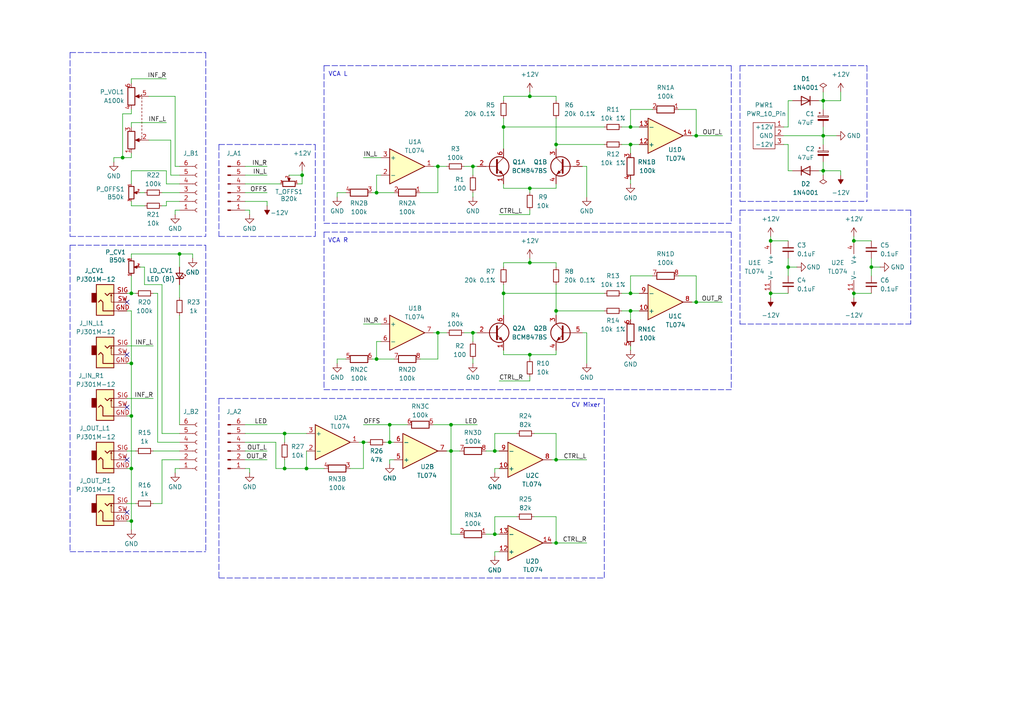
<source format=kicad_sch>
(kicad_sch (version 20231120) (generator "eeschema") (generator_version "8.0")
  (paper "A4")
  (title_block (title "Avalon Harmonics iVCA") (rev "v1.3") (company "Avalon Harmonics"))
  (junction (at 82.55 135.89))
  (junction (at 105.41 128.27))
  (junction (at 161.29 133.35))
  (junction (at 127 96.52))
  (junction (at 161.29 41.91))
  (junction (at 38.1 135.89))
  (junction (at 238.76 49.53))
  (junction (at 223.52 85.09))
  (junction (at 238.76 39.37))
  (junction (at 87.63 50.8))
  (junction (at 137.16 96.52))
  (junction (at 182.88 41.91))
  (junction (at 52.07 73.66))
  (junction (at 182.88 85.09))
  (junction (at 153.67 102.87))
  (junction (at 182.88 90.17))
  (junction (at 143.51 154.94))
  (junction (at 161.29 90.17))
  (junction (at 238.76 29.21))
  (junction (at 113.03 128.27))
  (junction (at 223.52 69.85))
  (junction (at 130.81 123.19))
  (junction (at 161.29 157.48))
  (junction (at 38.1 151.13))
  (junction (at 109.22 104.14))
  (junction (at 38.1 85.09))
  (junction (at 153.67 54.61))
  (junction (at 153.67 76.2))
  (junction (at 201.93 39.37))
  (junction (at 228.6 77.47))
  (junction (at 82.55 125.73))
  (junction (at 143.51 130.81))
  (junction (at 252.73 77.47))
  (junction (at 35.56 45.72))
  (junction (at 146.05 85.09))
  (junction (at 88.9 135.89))
  (junction (at 130.81 130.81))
  (junction (at 247.65 69.85))
  (junction (at 153.67 27.94))
  (junction (at 247.65 85.09))
  (junction (at 38.1 105.41))
  (junction (at 113.03 123.19))
  (junction (at 137.16 48.26))
  (junction (at 146.05 36.83))
  (junction (at 201.93 87.63))
  (junction (at 182.88 36.83))
  (junction (at 109.22 55.88))
  (junction (at 38.1 120.65))
  (junction (at 127 48.26))
  (no_connect (at 36.83 118.11))
  (no_connect (at 36.83 148.59))
  (no_connect (at 36.83 102.87))
  (no_connect (at 36.83 133.35))
  (no_connect (at 36.83 87.63))
  (wire (pts (xy 36.83 151.13) (xy 38.1 151.13)))
  (wire (pts (xy 83.82 50.8) (xy 87.63 50.8)))
  (polyline (pts (xy 214.63 19.05) (xy 214.63 58.42)) (stroke (width 0) (type dash)))
  (wire (pts (xy 153.67 76.2) (xy 153.67 74.93)))
  (wire (pts (xy 93.98 135.89) (xy 88.9 135.89)))
  (wire (pts (xy 72.39 60.96) (xy 71.12 60.96)))
  (wire (pts (xy 238.76 39.37) (xy 242.57 39.37)))
  (wire (pts (xy 48.26 22.86) (xy 38.1 22.86)))
  (wire (pts (xy 138.43 123.19) (xy 130.81 123.19)))
  (wire (pts (xy 146.05 102.87) (xy 146.05 101.6)))
  (wire (pts (xy 38.1 105.41) (xy 38.1 90.17)))
  (wire (pts (xy 38.1 73.66) (xy 52.07 73.66)))
  (wire (pts (xy 137.16 55.88) (xy 137.16 57.15)))
  (wire (pts (xy 43.18 27.94) (xy 50.8 27.94)))
  (wire (pts (xy 105.41 45.72) (xy 110.49 45.72)))
  (wire (pts (xy 170.18 96.52) (xy 168.91 96.52)))
  (wire (pts (xy 36.83 120.65) (xy 38.1 120.65)))
  (polyline (pts (xy 20.32 71.12) (xy 20.32 160.02)) (stroke (width 0) (type dash)))
  (wire (pts (xy 50.8 48.26) (xy 52.07 48.26)))
  (wire (pts (xy 125.73 48.26) (xy 127 48.26)))
  (wire (pts (xy 140.97 130.81) (xy 143.51 130.81)))
  (wire (pts (xy 146.05 85.09) (xy 175.26 85.09)))
  (wire (pts (xy 223.52 68.58) (xy 223.52 69.85)))
  (polyline (pts (xy 63.5 41.91) (xy 63.5 68.58)) (stroke (width 0) (type dash)))
  (wire (pts (xy 50.8 60.96) (xy 52.07 60.96)))
  (wire (pts (xy 81.28 53.34) (xy 71.12 53.34)))
  (wire (pts (xy 38.1 33.02) (xy 38.1 31.75)))
  (wire (pts (xy 46.99 82.55) (xy 46.99 125.73)))
  (wire (pts (xy 137.16 104.14) (xy 137.16 105.41)))
  (wire (pts (xy 33.02 46.99) (xy 33.02 45.72)))
  (wire (pts (xy 46.99 59.69) (xy 48.26 59.69)))
  (wire (pts (xy 200.66 39.37) (xy 201.93 39.37)))
  (polyline (pts (xy 93.98 64.77) (xy 212.09 64.77)) (stroke (width 0) (type dash)))
  (wire (pts (xy 52.07 82.55) (xy 52.07 86.36)))
  (wire (pts (xy 143.51 149.86) (xy 143.51 154.94)))
  (wire (pts (xy 243.84 26.67) (xy 243.84 29.21)))
  (wire (pts (xy 153.67 102.87) (xy 153.67 104.14)))
  (wire (pts (xy 36.83 130.81) (xy 39.37 130.81)))
  (wire (pts (xy 161.29 77.47) (xy 161.29 76.2)))
  (wire (pts (xy 149.86 149.86) (xy 143.51 149.86)))
  (wire (pts (xy 247.65 85.09) (xy 247.65 86.36)))
  (wire (pts (xy 238.76 26.67) (xy 238.76 29.21)))
  (wire (pts (xy 182.88 80.01) (xy 182.88 85.09)))
  (wire (pts (xy 223.52 85.09) (xy 223.52 86.36)))
  (wire (pts (xy 243.84 49.53) (xy 243.84 50.8)))
  (wire (pts (xy 143.51 154.94) (xy 144.78 154.94)))
  (wire (pts (xy 247.65 85.09) (xy 252.73 85.09)))
  (wire (pts (xy 97.79 104.14) (xy 97.79 105.41)))
  (wire (pts (xy 143.51 135.89) (xy 143.51 137.16)))
  (wire (pts (xy 38.1 33.02) (xy 35.56 33.02)))
  (wire (pts (xy 154.94 125.73) (xy 161.29 125.73)))
  (wire (pts (xy 200.66 87.63) (xy 201.93 87.63)))
  (wire (pts (xy 252.73 77.47) (xy 252.73 74.93)))
  (wire (pts (xy 109.22 50.8) (xy 110.49 50.8)))
  (wire (pts (xy 113.03 123.19) (xy 118.11 123.19)))
  (wire (pts (xy 153.67 54.61) (xy 153.67 55.88)))
  (wire (pts (xy 36.83 100.33) (xy 44.45 100.33)))
  (wire (pts (xy 154.94 149.86) (xy 161.29 149.86)))
  (polyline (pts (xy 20.32 15.24) (xy 59.69 15.24)) (stroke (width 0) (type dash)))
  (wire (pts (xy 107.95 55.88) (xy 109.22 55.88)))
  (wire (pts (xy 36.83 146.05) (xy 39.37 146.05)))
  (wire (pts (xy 50.8 135.89) (xy 50.8 137.16)))
  (wire (pts (xy 161.29 149.86) (xy 161.29 157.48)))
  (wire (pts (xy 201.93 80.01) (xy 201.93 87.63)))
  (wire (pts (xy 100.33 104.14) (xy 97.79 104.14)))
  (wire (pts (xy 146.05 36.83) (xy 146.05 43.18)))
  (wire (pts (xy 71.12 125.73) (xy 82.55 125.73)))
  (wire (pts (xy 130.81 130.81) (xy 129.54 130.81)))
  (wire (pts (xy 170.18 48.26) (xy 170.18 57.15)))
  (wire (pts (xy 237.49 49.53) (xy 238.76 49.53)))
  (wire (pts (xy 125.73 96.52) (xy 127 96.52)))
  (wire (pts (xy 201.93 87.63) (xy 209.55 87.63)))
  (wire (pts (xy 82.55 133.35) (xy 82.55 135.89)))
  (wire (pts (xy 105.41 123.19) (xy 113.03 123.19)))
  (wire (pts (xy 72.39 137.16) (xy 72.39 135.89)))
  (wire (pts (xy 182.88 31.75) (xy 189.23 31.75)))
  (wire (pts (xy 121.92 55.88) (xy 127 55.88)))
  (wire (pts (xy 161.29 102.87) (xy 161.29 101.6)))
  (wire (pts (xy 82.55 125.73) (xy 82.55 128.27)))
  (wire (pts (xy 38.1 22.86) (xy 38.1 24.13)))
  (polyline (pts (xy 93.98 19.05) (xy 212.09 19.05)) (stroke (width 0) (type dash)))
  (wire (pts (xy 160.02 157.48) (xy 161.29 157.48)))
  (wire (pts (xy 238.76 49.53) (xy 238.76 50.8)))
  (wire (pts (xy 182.88 80.01) (xy 189.23 80.01)))
  (wire (pts (xy 109.22 99.06) (xy 109.22 104.14)))
  (wire (pts (xy 72.39 62.23) (xy 72.39 60.96)))
  (wire (pts (xy 182.88 52.07) (xy 182.88 53.34)))
  (wire (pts (xy 143.51 160.02) (xy 143.51 161.29)))
  (polyline (pts (xy 214.63 58.42) (xy 251.46 58.42)) (stroke (width 0) (type dash)))
  (wire (pts (xy 77.47 59.69) (xy 77.47 58.42)))
  (wire (pts (xy 153.67 62.23) (xy 153.67 60.96)))
  (wire (pts (xy 137.16 99.06) (xy 137.16 96.52)))
  (wire (pts (xy 153.67 54.61) (xy 161.29 54.61)))
  (wire (pts (xy 127 55.88) (xy 127 48.26)))
  (wire (pts (xy 105.41 93.98) (xy 110.49 93.98)))
  (wire (pts (xy 107.95 104.14) (xy 109.22 104.14)))
  (wire (pts (xy 182.88 100.33) (xy 182.88 101.6)))
  (wire (pts (xy 161.29 90.17) (xy 161.29 91.44)))
  (wire (pts (xy 52.07 53.34) (xy 48.26 53.34)))
  (polyline (pts (xy 63.5 115.57) (xy 175.26 115.57)) (stroke (width 0) (type dash)))
  (wire (pts (xy 48.26 49.53) (xy 38.1 49.53)))
  (wire (pts (xy 238.76 29.21) (xy 238.76 31.75)))
  (wire (pts (xy 238.76 39.37) (xy 238.76 41.91)))
  (polyline (pts (xy 212.09 19.05) (xy 212.09 64.77)) (stroke (width 0) (type dash)))
  (wire (pts (xy 180.34 36.83) (xy 182.88 36.83)))
  (wire (pts (xy 82.55 125.73) (xy 88.9 125.73)))
  (wire (pts (xy 146.05 34.29) (xy 146.05 36.83)))
  (wire (pts (xy 48.26 53.34) (xy 48.26 49.53)))
  (wire (pts (xy 143.51 130.81) (xy 144.78 130.81)))
  (wire (pts (xy 46.99 146.05) (xy 44.45 146.05)))
  (wire (pts (xy 255.27 77.47) (xy 252.73 77.47)))
  (wire (pts (xy 238.76 29.21) (xy 243.84 29.21)))
  (polyline (pts (xy 63.5 115.57) (xy 63.5 167.64)) (stroke (width 0) (type dash)))
  (wire (pts (xy 109.22 104.14) (xy 114.3 104.14)))
  (wire (pts (xy 71.12 55.88) (xy 77.47 55.88)))
  (wire (pts (xy 52.07 50.8) (xy 49.53 50.8)))
  (wire (pts (xy 71.12 50.8) (xy 77.47 50.8)))
  (wire (pts (xy 113.03 133.35) (xy 114.3 133.35)))
  (polyline (pts (xy 20.32 160.02) (xy 59.69 160.02)) (stroke (width 0) (type dash)))
  (wire (pts (xy 153.67 110.49) (xy 153.67 109.22)))
  (polyline (pts (xy 214.63 60.96) (xy 214.63 93.98)) (stroke (width 0) (type dash)))
  (wire (pts (xy 50.8 62.23) (xy 50.8 60.96)))
  (wire (pts (xy 46.99 55.88) (xy 52.07 55.88)))
  (polyline (pts (xy 63.5 41.91) (xy 91.44 41.91)) (stroke (width 0) (type dash)))
  (wire (pts (xy 111.76 128.27) (xy 113.03 128.27)))
  (wire (pts (xy 113.03 128.27) (xy 114.3 128.27)))
  (polyline (pts (xy 93.98 113.03) (xy 212.09 113.03)) (stroke (width 0) (type dash)))
  (wire (pts (xy 38.1 80.01) (xy 38.1 85.09)))
  (wire (pts (xy 161.29 76.2) (xy 153.67 76.2)))
  (wire (pts (xy 80.01 128.27) (xy 80.01 135.89)))
  (wire (pts (xy 252.73 77.47) (xy 252.73 80.01)))
  (wire (pts (xy 52.07 135.89) (xy 50.8 135.89)))
  (wire (pts (xy 109.22 99.06) (xy 110.49 99.06)))
  (wire (pts (xy 196.85 80.01) (xy 201.93 80.01)))
  (wire (pts (xy 97.79 55.88) (xy 97.79 57.15)))
  (polyline (pts (xy 91.44 41.91) (xy 91.44 68.58)) (stroke (width 0) (type dash)))
  (wire (pts (xy 161.29 54.61) (xy 161.29 53.34)))
  (wire (pts (xy 38.1 73.66) (xy 38.1 74.93)))
  (wire (pts (xy 144.78 160.02) (xy 143.51 160.02)))
  (wire (pts (xy 38.1 151.13) (xy 38.1 135.89)))
  (wire (pts (xy 182.88 31.75) (xy 182.88 36.83)))
  (wire (pts (xy 180.34 85.09) (xy 182.88 85.09)))
  (wire (pts (xy 196.85 31.75) (xy 201.93 31.75)))
  (wire (pts (xy 161.29 90.17) (xy 175.26 90.17)))
  (polyline (pts (xy 214.63 19.05) (xy 251.46 19.05)) (stroke (width 0) (type dash)))
  (wire (pts (xy 252.73 69.85) (xy 247.65 69.85)))
  (wire (pts (xy 127 48.26) (xy 129.54 48.26)))
  (wire (pts (xy 201.93 39.37) (xy 209.55 39.37)))
  (wire (pts (xy 238.76 49.53) (xy 243.84 49.53)))
  (wire (pts (xy 146.05 54.61) (xy 153.67 54.61)))
  (wire (pts (xy 113.03 123.19) (xy 113.03 128.27)))
  (wire (pts (xy 185.42 90.17) (xy 182.88 90.17)))
  (wire (pts (xy 161.29 157.48) (xy 170.18 157.48)))
  (wire (pts (xy 238.76 49.53) (xy 238.76 46.99)))
  (polyline (pts (xy 59.69 15.24) (xy 59.69 68.58)) (stroke (width 0) (type dash)))
  (wire (pts (xy 228.6 41.91) (xy 227.33 41.91)))
  (wire (pts (xy 137.16 50.8) (xy 137.16 48.26)))
  (wire (pts (xy 146.05 85.09) (xy 146.05 91.44)))
  (wire (pts (xy 130.81 123.19) (xy 130.81 130.81)))
  (polyline (pts (xy 212.09 67.31) (xy 212.09 113.03)) (stroke (width 0) (type dash)))
  (wire (pts (xy 161.29 34.29) (xy 161.29 41.91)))
  (wire (pts (xy 161.29 29.21) (xy 161.29 27.94)))
  (wire (pts (xy 36.83 85.09) (xy 38.1 85.09)))
  (wire (pts (xy 71.12 48.26) (xy 77.47 48.26)))
  (wire (pts (xy 134.62 48.26) (xy 137.16 48.26)))
  (wire (pts (xy 143.51 125.73) (xy 143.51 130.81)))
  (wire (pts (xy 182.88 41.91) (xy 182.88 44.45)))
  (wire (pts (xy 228.6 69.85) (xy 223.52 69.85)))
  (wire (pts (xy 52.07 91.44) (xy 52.07 123.19)))
  (wire (pts (xy 82.55 135.89) (xy 80.01 135.89)))
  (wire (pts (xy 146.05 36.83) (xy 175.26 36.83)))
  (wire (pts (xy 33.02 45.72) (xy 35.56 45.72)))
  (wire (pts (xy 146.05 54.61) (xy 146.05 53.34)))
  (wire (pts (xy 88.9 130.81) (xy 88.9 135.89)))
  (wire (pts (xy 38.1 90.17) (xy 36.83 90.17)))
  (wire (pts (xy 146.05 82.55) (xy 146.05 85.09)))
  (wire (pts (xy 71.12 133.35) (xy 77.47 133.35)))
  (polyline (pts (xy 264.16 60.96) (xy 264.16 93.98)) (stroke (width 0) (type dash)))
  (wire (pts (xy 41.91 82.55) (xy 46.99 82.55)))
  (wire (pts (xy 137.16 48.26) (xy 138.43 48.26)))
  (wire (pts (xy 182.88 85.09) (xy 185.42 85.09)))
  (wire (pts (xy 182.88 36.83) (xy 185.42 36.83)))
  (wire (pts (xy 228.6 36.83) (xy 228.6 29.21)))
  (wire (pts (xy 228.6 77.47) (xy 228.6 74.93)))
  (wire (pts (xy 38.1 153.67) (xy 38.1 151.13)))
  (wire (pts (xy 46.99 133.35) (xy 46.99 146.05)))
  (wire (pts (xy 36.83 135.89) (xy 38.1 135.89)))
  (wire (pts (xy 100.33 55.88) (xy 97.79 55.88)))
  (polyline (pts (xy 59.69 71.12) (xy 59.69 160.02)) (stroke (width 0) (type dash)))
  (polyline (pts (xy 63.5 167.64) (xy 175.26 167.64)) (stroke (width 0) (type dash)))
  (wire (pts (xy 38.1 120.65) (xy 38.1 105.41)))
  (wire (pts (xy 77.47 58.42) (xy 71.12 58.42)))
  (wire (pts (xy 38.1 85.09) (xy 39.37 85.09)))
  (wire (pts (xy 41.91 77.47) (xy 41.91 82.55)))
  (wire (pts (xy 48.26 59.69) (xy 48.26 58.42)))
  (polyline (pts (xy 175.26 115.57) (xy 175.26 167.64)) (stroke (width 0) (type dash)))
  (wire (pts (xy 228.6 77.47) (xy 228.6 80.01)))
  (wire (pts (xy 40.64 55.88) (xy 41.91 55.88)))
  (wire (pts (xy 88.9 135.89) (xy 82.55 135.89)))
  (wire (pts (xy 161.29 41.91) (xy 161.29 43.18)))
  (wire (pts (xy 72.39 135.89) (xy 71.12 135.89)))
  (wire (pts (xy 71.12 128.27) (xy 80.01 128.27)))
  (wire (pts (xy 153.67 27.94) (xy 153.67 26.67)))
  (wire (pts (xy 38.1 35.56) (xy 38.1 36.83)))
  (wire (pts (xy 146.05 76.2) (xy 153.67 76.2)))
  (wire (pts (xy 87.63 50.8) (xy 87.63 53.34)))
  (wire (pts (xy 161.29 133.35) (xy 170.18 133.35)))
  (wire (pts (xy 45.72 85.09) (xy 45.72 128.27)))
  (wire (pts (xy 160.02 133.35) (xy 161.29 133.35)))
  (polyline (pts (xy 251.46 19.05) (xy 251.46 58.42)) (stroke (width 0) (type dash)))
  (wire (pts (xy 38.1 59.69) (xy 38.1 58.42)))
  (wire (pts (xy 105.41 128.27) (xy 106.68 128.27)))
  (wire (pts (xy 41.91 59.69) (xy 38.1 59.69)))
  (polyline (pts (xy 214.63 60.96) (xy 264.16 60.96)) (stroke (width 0) (type dash)))
  (wire (pts (xy 146.05 27.94) (xy 146.05 29.21)))
  (wire (pts (xy 228.6 49.53) (xy 229.87 49.53)))
  (wire (pts (xy 231.14 77.47) (xy 228.6 77.47)))
  (wire (pts (xy 55.88 74.93) (xy 55.88 73.66)))
  (wire (pts (xy 130.81 130.81) (xy 130.81 154.94)))
  (polyline (pts (xy 20.32 15.24) (xy 20.32 68.58)) (stroke (width 0) (type dash)))
  (wire (pts (xy 105.41 128.27) (xy 104.14 128.27)))
  (wire (pts (xy 144.78 110.49) (xy 153.67 110.49)))
  (wire (pts (xy 43.18 40.64) (xy 49.53 40.64)))
  (polyline (pts (xy 93.98 67.31) (xy 212.09 67.31)) (stroke (width 0) (type dash)))
  (polyline (pts (xy 93.98 67.31) (xy 93.98 113.03)) (stroke (width 0) (type dash)))
  (wire (pts (xy 71.12 123.19) (xy 77.47 123.19)))
  (wire (pts (xy 227.33 39.37) (xy 238.76 39.37)))
  (wire (pts (xy 45.72 85.09) (xy 44.45 85.09)))
  (wire (pts (xy 101.6 135.89) (xy 105.41 135.89)))
  (wire (pts (xy 227.33 36.83) (xy 228.6 36.83)))
  (wire (pts (xy 180.34 90.17) (xy 182.88 90.17)))
  (wire (pts (xy 140.97 154.94) (xy 143.51 154.94)))
  (wire (pts (xy 35.56 33.02) (xy 35.56 45.72)))
  (wire (pts (xy 161.29 27.94) (xy 153.67 27.94)))
  (wire (pts (xy 238.76 36.83) (xy 238.76 39.37)))
  (wire (pts (xy 201.93 31.75) (xy 201.93 39.37)))
  (wire (pts (xy 130.81 130.81) (xy 133.35 130.81)))
  (wire (pts (xy 223.52 85.09) (xy 228.6 85.09)))
  (wire (pts (xy 121.92 104.14) (xy 127 104.14)))
  (wire (pts (xy 161.29 125.73) (xy 161.29 133.35)))
  (wire (pts (xy 109.22 50.8) (xy 109.22 55.88)))
  (wire (pts (xy 238.76 29.21) (xy 237.49 29.21)))
  (wire (pts (xy 130.81 154.94) (xy 133.35 154.94)))
  (wire (pts (xy 52.07 77.47) (xy 52.07 73.66)))
  (wire (pts (xy 127 104.14) (xy 127 96.52)))
  (wire (pts (xy 40.64 77.47) (xy 41.91 77.47)))
  (wire (pts (xy 105.41 135.89) (xy 105.41 128.27)))
  (wire (pts (xy 146.05 102.87) (xy 153.67 102.87)))
  (wire (pts (xy 180.34 41.91) (xy 182.88 41.91)))
  (wire (pts (xy 44.45 130.81) (xy 52.07 130.81)))
  (wire (pts (xy 161.29 82.55) (xy 161.29 90.17)))
  (wire (pts (xy 46.99 133.35) (xy 52.07 133.35)))
  (wire (pts (xy 134.62 96.52) (xy 137.16 96.52)))
  (polyline (pts (xy 20.32 68.58) (xy 59.69 68.58)) (stroke (width 0) (type dash)))
  (wire (pts (xy 50.8 48.26) (xy 50.8 27.94)))
  (wire (pts (xy 247.65 68.58) (xy 247.65 69.85)))
  (wire (pts (xy 185.42 41.91) (xy 182.88 41.91)))
  (wire (pts (xy 38.1 135.89) (xy 38.1 120.65)))
  (wire (pts (xy 55.88 73.66) (xy 52.07 73.66)))
  (polyline (pts (xy 63.5 68.58) (xy 91.44 68.58)) (stroke (width 0) (type dash)))
  (wire (pts (xy 143.51 135.89) (xy 144.78 135.89)))
  (wire (pts (xy 170.18 48.26) (xy 168.91 48.26)))
  (wire (pts (xy 228.6 29.21) (xy 229.87 29.21)))
  (wire (pts (xy 170.18 96.52) (xy 170.18 105.41)))
  (wire (pts (xy 52.07 125.73) (xy 46.99 125.73)))
  (wire (pts (xy 36.83 115.57) (xy 44.45 115.57)))
  (wire (pts (xy 182.88 90.17) (xy 182.88 92.71)))
  (polyline (pts (xy 214.63 93.98) (xy 264.16 93.98)) (stroke (width 0) (type dash)))
  (wire (pts (xy 48.26 58.42) (xy 52.07 58.42)))
  (wire (pts (xy 109.22 55.88) (xy 114.3 55.88)))
  (wire (pts (xy 161.29 41.91) (xy 175.26 41.91)))
  (wire (pts (xy 228.6 49.53) (xy 228.6 41.91)))
  (wire (pts (xy 87.63 49.53) (xy 87.63 50.8)))
  (wire (pts (xy 38.1 49.53) (xy 38.1 53.34)))
  (wire (pts (xy 146.05 76.2) (xy 146.05 77.47)))
  (wire (pts (xy 71.12 130.81) (xy 77.47 130.81)))
  (wire (pts (xy 125.73 123.19) (xy 130.81 123.19)))
  (wire (pts (xy 38.1 45.72) (xy 38.1 44.45)))
  (wire (pts (xy 149.86 125.73) (xy 143.51 125.73)))
  (wire (pts (xy 153.67 102.87) (xy 161.29 102.87)))
  (polyline (pts (xy 20.32 71.12) (xy 59.69 71.12)) (stroke (width 0) (type dash)))
  (wire (pts (xy 36.83 105.41) (xy 38.1 105.41)))
  (wire (pts (xy 87.63 53.34) (xy 86.36 53.34)))
  (wire (pts (xy 137.16 96.52) (xy 138.43 96.52)))
  (wire (pts (xy 144.78 62.23) (xy 153.67 62.23)))
  (wire (pts (xy 45.72 128.27) (xy 52.07 128.27)))
  (wire (pts (xy 49.53 50.8) (xy 49.53 40.64)))
  (wire (pts (xy 35.56 45.72) (xy 38.1 45.72)))
  (wire (pts (xy 113.03 134.62) (xy 113.03 133.35)))
  (polyline (pts (xy 93.98 19.05) (xy 93.98 64.77)) (stroke (width 0) (type dash)))
  (wire (pts (xy 48.26 35.56) (xy 38.1 35.56)))
  (wire (pts (xy 146.05 27.94) (xy 153.67 27.94)))
  (wire (pts (xy 127 96.52) (xy 129.54 96.52)))
  (text "VCA R" (at 98.044 69.85 0) (effects (font (size 1.27 1.27))))
  (text "VCA L" (at 98.044 21.59 0) (effects (font (size 1.27 1.27))))
  (text "CV Mixer" (at 169.926 117.602 0) (effects (font (size 1.27 1.27))))
  (label "LED" (at 138.43 123.19 180))
  (label "CTRL_R" (at 144.78 110.49 0))
  (label "OUT_L" (at 77.47 130.81 180))
  (label "OFFS" (at 77.47 55.88 180))
  (label "IN_R" (at 77.47 48.26 180))
  (label "IN_R" (at 105.41 93.98 0))
  (label "OFFS" (at 105.41 123.19 0))
  (label "INF_L" (at 48.26 35.56 180))
  (label "OUT_R" (at 77.47 133.35 180))
  (label "OUT_L" (at 209.55 39.37 180))
  (label "INF_L" (at 44.45 100.33 180))
  (label "INF_R" (at 48.26 22.86 180))
  (label "CTRL_R" (at 170.18 157.48 180))
  (label "CTRL_L" (at 170.18 133.35 180))
  (label "IN_L" (at 77.47 50.8 180))
  (label "IN_L" (at 105.41 45.72 0))
  (label "OUT_R" (at 209.55 87.63 180))
  (label "CTRL_L" (at 144.78 62.23 0))
  (label "LED" (at 77.47 123.19 180))
  (label "INF_R" (at 44.45 115.57 180))
  (symbol (lib_id "Device:C_Polarized_Small") (at 238.76 44.45 0) (unit 1)
    (property "Reference" "C2" (at 234.95 43.18 0))
    (property "Value" "47uF" (at 233.68 45.72 0))
    (property "Footprint" "Capacitor_THT:CP_Radial_D6.3mm_P2.50mm" (effects (hide yes)))
  )
  (symbol (lib_id "Connector:Conn_01x06_Male") (at 66.04 55.88 0) (mirror x) (unit 1)
    (property "Reference" "J_A1" (at 70.104 44.45 0) (effects (justify right)))
    (property "Value" "Conn_01x06_Male" (effects (hide yes)))
    (property "Footprint" "Connector_PinHeader_2.54mm:PinHeader_1x06_P2.54mm_Vertical" (effects (hide yes)))
  )
  (symbol (lib_id "Transistor_BJT:BC847BS") (at 163.83 48.26 0) (mirror y) (unit 2)
    (property "Reference" "Q1" (at 158.75 46.99 0) (effects (justify left)))
    (property "Value" "BCM847BS" (at 158.75 49.53 0) (effects (justify left)))
    (property "Footprint" "Package_TO_SOT_SMD:SOT-363_SC-70-6_Handsoldering" (effects (hide yes)))
    (property "Datasheet" "https://assets.nexperia.com/documents/data-sheet/BC847BS.pdf" (effects (hide yes)))
    (property "Description" "100mA IC, 45V Vce, Dual NPN/NPN Transistors, SOT-363" (effects (hide yes)))
  )
  (symbol (lib_name "+12V_1") (lib_id "power:+12V") (at 243.84 26.67 0) (unit 1)
    (property "Reference" "#PWR01" (effects (hide yes)))
    (property "Value" "+12V" (at 243.84 21.59 0))
    (property "Description" "Power symbol creates a global label with name \"+12V\"" (effects (hide yes)))
  )
  (symbol (lib_id "Device:R_Pack04_SIP_Split") (at 137.16 130.81 270) (mirror x) (unit 4)
    (property "Reference" "RN3" (at 137.16 125.476 90))
    (property "Value" "100k" (at 137.16 128.016 90))
    (property "Footprint" "Resistor_THT:R_Array_SIP8" (effects (hide yes)))
    (property "Datasheet" "http://www.vishay.com/docs/31509/csc.pdf" (effects (hide yes)))
  )
  (symbol (lib_id "Device:R_Small") (at 137.16 101.6 0) (unit 1)
    (property "Reference" "R2" (at 133.35 100.33 0))
    (property "Value" "100" (at 133.35 102.87 0))
    (property "Footprint" "Resistor_THT:R_Axial_DIN0207_L6.3mm_D2.5mm_P2.54mm_Vertical" (effects (hide yes)))
  )
  (symbol (lib_name "GND_1") (lib_id "power:GND") (at 50.8 137.16 0) (unit 1)
    (property "Reference" "#PWR011" (effects (hide yes)))
    (property "Value" "GND" (at 50.8 141.224 0))
    (property "Description" "Power symbol creates a global label with name \"GND\" , ground" (effects (hide yes)))
  )
  (symbol (lib_name "-12V_1") (lib_id "power:-12V") (at 223.52 86.36 180) (unit 1)
    (property "Reference" "#PWR06" (effects (hide yes)))
    (property "Value" "-12V" (at 223.52 91.44 0))
    (property "Description" "Power symbol creates a global label with name \"-12V\"" (effects (hide yes)))
  )
  (symbol (lib_name "GND_1") (lib_id "power:GND") (at 170.18 105.41 0) (unit 1)
    (property "Reference" "#PWR030" (effects (hide yes)))
    (property "Value" "GND" (at 170.18 109.474 0))
    (property "Description" "Power symbol creates a global label with name \"GND\" , ground" (effects (hide yes)))
  )
  (symbol (lib_name "+12V_1") (lib_id "power:+12V") (at 153.67 74.93 0) (unit 1)
    (property "Reference" "#PWR029" (effects (hide yes)))
    (property "Value" "+12V" (at 153.67 69.85 0))
    (property "Description" "Power symbol creates a global label with name \"+12V\"" (effects (hide yes)))
  )
  (symbol (lib_id "Eurorack:PJ301M-12") (at 30.48 115.57 0) (unit 1)
    (property "Reference" "J_IN_R1" (at 30.226 108.966 0) (effects (justify right)))
    (property "Value" "PJ301M-12" (at 33.528 111.506 0) (effects (justify right)))
    (property "Footprint" "Eurorack:PJ301M-12 Offset" (effects (hide yes)))
  )
  (symbol (lib_id "Device:C_Small") (at 228.6 72.39 0) (unit 1)
    (property "Reference" "C3" (at 231.14 71.1262 0) (effects (justify left)))
    (property "Value" "0.1uF" (at 231.14 73.6662 0) (effects (justify left)))
    (property "Footprint" "Capacitor_THT:C_Disc_D7.0mm_W2.5mm_P5.00mm" (effects (hide yes)))
  )
  (symbol (lib_name "GND_1") (lib_id "power:GND") (at 50.8 62.23 0) (unit 1)
    (property "Reference" "#PWR012" (effects (hide yes)))
    (property "Value" "GND" (at 50.8 66.294 0))
    (property "Description" "Power symbol creates a global label with name \"GND\" , ground" (effects (hide yes)))
  )
  (symbol (lib_id "Amplifier_Operational:TL074") (at 193.04 39.37 0) (mirror x) (unit 4)
    (property "Reference" "U1" (at 193.802 43.434 0) (effects (justify left)))
    (property "Value" "TL074" (at 193.04 45.974 0) (effects (justify left)))
    (property "Footprint" "Package_DIP:DIP-14_W7.62mm_Socket_LongPads" (effects (hide yes)))
    (property "Datasheet" "http://www.ti.com/lit/ds/symlink/tl071.pdf" (effects (hide yes)))
  )
  (symbol (lib_id "Device:R_Pack04_SIP_Split") (at 182.88 96.52 0) (unit 3)
    (property "Reference" "RN1" (at 190.246 95.504 0) (effects (justify right)))
    (property "Value" "100k" (at 190.246 98.044 0) (effects (justify right)))
    (property "Footprint" "Resistor_THT:R_Array_SIP8" (effects (hide yes)))
    (property "Datasheet" "http://www.vishay.com/docs/31509/csc.pdf" (effects (hide yes)))
  )
  (symbol (lib_name "GND_1") (lib_id "power:GND") (at 143.51 137.16 0) (unit 1)
    (property "Reference" "#PWR017" (effects (hide yes)))
    (property "Value" "GND" (at 143.51 141.224 0))
    (property "Description" "Power symbol creates a global label with name \"GND\" , ground" (effects (hide yes)))
  )
  (symbol (lib_id "Eurorack:PJ301M-12") (at 30.48 130.81 0) (unit 1)
    (property "Reference" "J_OUT_L1" (at 32.004 124.206 0) (effects (justify right)))
    (property "Value" "PJ301M-12" (at 33.528 126.746 0) (effects (justify right)))
    (property "Footprint" "Eurorack:PJ301M-12 Offset" (effects (hide yes)))
  )
  (symbol (lib_id "Diode:1N4001") (at 233.68 49.53 0) (unit 1)
    (property "Reference" "D2" (at 233.68 53.34 0))
    (property "Value" "1N4001" (at 233.68 55.88 0))
    (property "Footprint" "Diode_THT:D_DO-41_SOD81_P10.16mm_Horizontal" (effects (hide yes)))
    (property "Datasheet" "http://www.vishay.com/docs/88503/1n4001.pdf" (effects (hide yes)))
  )
  (symbol (lib_id "Device:R_Pack04_SIP_Split") (at 118.11 104.14 270) (unit 4)
    (property "Reference" "RN2" (at 118.11 107.188 90))
    (property "Value" "100k" (at 118.11 109.728 90))
    (property "Footprint" "Resistor_THT:R_Array_SIP8" (effects (hide yes)))
    (property "Datasheet" "http://www.vishay.com/docs/31509/csc.pdf" (effects (hide yes)))
  )
  (symbol (lib_id "Amplifier_Operational:TL074") (at 118.11 96.52 0) (unit 2)
    (property "Reference" "U1" (at 118.364 89.408 0) (effects (justify left)))
    (property "Value" "TL074" (at 117.348 91.948 0) (effects (justify left)))
    (property "Footprint" "Package_DIP:DIP-14_W7.62mm_Socket_LongPads" (effects (hide yes)))
    (property "Datasheet" "http://www.ti.com/lit/ds/symlink/tl071.pdf" (effects (hide yes)))
  )
  (symbol (lib_name "+12V_1") (lib_id "power:+12V") (at 87.63 49.53 0) (unit 1)
    (property "Reference" "#PWR020" (effects (hide yes)))
    (property "Value" "+12V" (at 87.63 44.45 0))
    (property "Description" "Power symbol creates a global label with name \"+12V\"" (effects (hide yes)))
  )
  (symbol (lib_id "Device:R_Small") (at 41.91 85.09 270) (mirror x) (unit 1)
    (property "Reference" "R20" (at 41.91 87.63 90))
    (property "Value" "100k" (at 41.91 90.17 90))
    (property "Footprint" "Resistor_THT:R_Axial_DIN0207_L6.3mm_D2.5mm_P10.16mm_Horizontal" (effects (hide yes)))
  )
  (symbol (lib_id "power:PWR_FLAG") (at 238.76 50.8 180) (unit 1)
    (property "Reference" "#FLG02" (effects (hide yes)))
    (property "Value" "PWR_FLAG" (effects (hide yes)))
    (property "Description" "Special symbol for telling ERC where power comes from" (effects (hide yes)))
  )
  (symbol (lib_id "Amplifier_Operational:TL074") (at 250.19 77.47 0) (unit 5)
    (property "Reference" "U2" (at 241.046 76.2 0) (effects (justify left)))
    (property "Value" "TL074" (at 240.03 78.74 0) (effects (justify left)))
    (property "Footprint" "Package_DIP:DIP-14_W7.62mm_Socket_LongPads" (effects (hide yes)))
    (property "Datasheet" "http://www.ti.com/lit/ds/symlink/tl071.pdf" (effects (hide yes)))
  )
  (symbol (lib_name "GND_1") (lib_id "power:GND") (at 33.02 46.99 0) (unit 1)
    (property "Reference" "#PWR014" (effects (hide yes)))
    (property "Value" "GND" (at 33.02 51.054 0))
    (property "Description" "Power symbol creates a global label with name \"GND\" , ground" (effects (hide yes)))
  )
  (symbol (lib_name "-12V_1") (lib_id "power:-12V") (at 77.47 59.69 180) (unit 1)
    (property "Reference" "#PWR019" (effects (hide yes)))
    (property "Value" "-12V" (at 81.026 61.722 0))
    (property "Description" "Power symbol creates a global label with name \"-12V\"" (effects (hide yes)))
  )
  (symbol (lib_id "Connector:Conn_01x06_Female") (at 57.15 55.88 0) (mirror x) (unit 1)
    (property "Reference" "J_B1" (at 53.086 44.45 0) (effects (justify left)))
    (property "Value" "Conn_01x06_Female" (effects (hide yes)))
    (property "Footprint" "Connector_PinHeader_2.54mm:PinHeader_1x06_P2.54mm_Vertical" (effects (hide yes)))
  )
  (symbol (lib_id "Device:R_Pack04_SIP_Split") (at 193.04 80.01 270) (mirror x) (unit 4)
    (property "Reference" "RN1" (at 193.04 73.66 90))
    (property "Value" "100k" (at 193.04 76.2 90))
    (property "Footprint" "Resistor_THT:R_Array_SIP8" (effects (hide yes)))
    (property "Datasheet" "http://www.vishay.com/docs/31509/csc.pdf" (effects (hide yes)))
  )
  (symbol (lib_name "GND_1") (lib_id "power:GND") (at 72.39 62.23 0) (unit 1)
    (property "Reference" "#PWR013" (effects (hide yes)))
    (property "Value" "GND" (at 72.39 66.294 0))
    (property "Description" "Power symbol creates a global label with name \"GND\" , ground" (effects (hide yes)))
  )
  (symbol (lib_id "Device:R_Small") (at 161.29 31.75 0) (mirror y) (unit 1)
    (property "Reference" "R6" (at 165.1 30.48 0))
    (property "Value" "20k 0.1%" (at 168.148 33.02 0))
    (property "Footprint" "Resistor_THT:R_Axial_DIN0207_L6.3mm_D2.5mm_P2.54mm_Vertical" (effects (hide yes)))
  )
  (symbol (lib_id "Device:R_Small") (at 41.91 130.81 90) (mirror x) (unit 1)
    (property "Reference" "R15" (at 41.91 125.476 90))
    (property "Value" "1k" (at 41.91 128.016 90))
    (property "Footprint" "Resistor_THT:R_Axial_DIN0207_L6.3mm_D2.5mm_P10.16mm_Horizontal" (effects (hide yes)))
  )
  (symbol (lib_id "Device:C_Small") (at 228.6 82.55 0) (unit 1)
    (property "Reference" "C4" (at 231.14 81.2862 0) (effects (justify left)))
    (property "Value" "0.1uF" (at 231.14 83.8262 0) (effects (justify left)))
    (property "Footprint" "Capacitor_THT:C_Disc_D7.0mm_W2.5mm_P5.00mm" (effects (hide yes)))
  )
  (symbol (lib_id "Device:R_Pack04_SIP_Split") (at 104.14 104.14 270) (unit 3)
    (property "Reference" "RN2" (at 104.14 107.188 90))
    (property "Value" "100k" (at 104.14 109.728 90))
    (property "Footprint" "Resistor_THT:R_Array_SIP8" (effects (hide yes)))
    (property "Datasheet" "http://www.vishay.com/docs/31509/csc.pdf" (effects (hide yes)))
  )
  (symbol (lib_id "Device:R_Small") (at 41.91 146.05 90) (mirror x) (unit 1)
    (property "Reference" "R16" (at 41.91 140.716 90))
    (property "Value" "1k" (at 41.91 143.256 90))
    (property "Footprint" "Resistor_THT:R_Axial_DIN0207_L6.3mm_D2.5mm_P10.16mm_Horizontal" (effects (hide yes)))
  )
  (symbol (lib_id "Amplifier_Operational:TL074") (at 96.52 128.27 0) (unit 1)
    (property "Reference" "U2" (at 96.774 121.158 0) (effects (justify left)))
    (property "Value" "TL074" (at 95.758 123.698 0) (effects (justify left)))
    (property "Footprint" "Package_DIP:DIP-14_W7.62mm_Socket_LongPads" (effects (hide yes)))
    (property "Datasheet" "http://www.ti.com/lit/ds/symlink/tl071.pdf" (effects (hide yes)))
  )
  (symbol (lib_id "Amplifier_Operational:TL074") (at 152.4 133.35 0) (mirror x) (unit 3)
    (property "Reference" "U2" (at 152.4 137.922 0) (effects (justify left)))
    (property "Value" "TL074" (at 151.384 140.462 0) (effects (justify left)))
    (property "Footprint" "Package_DIP:DIP-14_W7.62mm_Socket_LongPads" (effects (hide yes)))
    (property "Datasheet" "http://www.ti.com/lit/ds/symlink/tl071.pdf" (effects (hide yes)))
  )
  (symbol (lib_id "Device:R_Small") (at 52.07 88.9 0) (unit 1)
    (property "Reference" "R23" (at 56.134 87.63 0))
    (property "Value" "1k" (at 56.134 90.17 0))
    (property "Footprint" "Resistor_THT:R_Axial_DIN0207_L6.3mm_D2.5mm_P10.16mm_Horizontal" (effects (hide yes)))
  )
  (symbol (lib_id "Transistor_BJT:BC847BS") (at 143.51 48.26 0) (unit 1)
    (property "Reference" "Q1" (at 148.59 46.99 0) (effects (justify left)))
    (property "Value" "BCM847BS" (effects (hide yes)))
    (property "Footprint" "Package_TO_SOT_SMD:SOT-363_SC-70-6_Handsoldering" (effects (hide yes)))
    (property "Datasheet" "https://assets.nexperia.com/documents/data-sheet/BC847BS.pdf" (effects (hide yes)))
    (property "Description" "100mA IC, 45V Vce, Dual NPN/NPN Transistors, SOT-363" (effects (hide yes)))
  )
  (symbol (lib_id "Device:R_Pack04_SIP_Split") (at 182.88 48.26 0) (mirror x) (unit 2)
    (property "Reference" "RN1" (at 190.246 46.99 0) (effects (justify right)))
    (property "Value" "100k" (at 190.246 49.53 0) (effects (justify right)))
    (property "Footprint" "Resistor_THT:R_Array_SIP8" (effects (hide yes)))
    (property "Datasheet" "http://www.vishay.com/docs/31509/csc.pdf" (effects (hide yes)))
  )
  (symbol (lib_name "+12V_1") (lib_id "power:+12V") (at 247.65 68.58 0) (unit 1)
    (property "Reference" "#PWR05" (effects (hide yes)))
    (property "Value" "+12V" (at 247.65 63.5 0))
    (property "Description" "Power symbol creates a global label with name \"+12V\"" (effects (hide yes)))
  )
  (symbol (lib_id "Device:R_Small") (at 109.22 128.27 90) (unit 1)
    (property "Reference" "R26" (at 109.22 130.81 90))
    (property "Value" "47k" (at 109.22 133.35 90))
    (property "Footprint" "Resistor_THT:R_Axial_DIN0207_L6.3mm_D2.5mm_P2.54mm_Vertical" (effects (hide yes)))
  )
  (symbol (lib_id "Device:R_Small") (at 153.67 106.68 180) (unit 1)
    (property "Reference" "R10" (at 157.48 105.41 0))
    (property "Value" "10k" (at 157.48 107.95 0))
    (property "Footprint" "Resistor_THT:R_Axial_DIN0207_L6.3mm_D2.5mm_P2.54mm_Vertical" (effects (hide yes)))
  )
  (symbol (lib_id "Device:C_Polarized_Small") (at 238.76 34.29 0) (unit 1)
    (property "Reference" "C1" (at 234.95 33.02 0))
    (property "Value" "47uF" (at 233.68 35.56 0))
    (property "Footprint" "Capacitor_THT:CP_Radial_D6.3mm_P2.50mm" (effects (hide yes)))
  )
  (symbol (lib_name "-12V_1") (lib_id "power:-12V") (at 247.65 86.36 180) (unit 1)
    (property "Reference" "#PWR04" (effects (hide yes)))
    (property "Value" "-12V" (at 247.65 91.44 0))
    (property "Description" "Power symbol creates a global label with name \"-12V\"" (effects (hide yes)))
  )
  (symbol (lib_id "Device:R_Pack04_SIP_Split") (at 137.16 154.94 90) (unit 1)
    (property "Reference" "RN3" (at 137.16 149.352 90))
    (property "Value" "100k" (at 137.16 151.892 90))
    (property "Footprint" "Resistor_THT:R_Array_SIP8" (effects (hide yes)))
    (property "Datasheet" "http://www.vishay.com/docs/31509/csc.pdf" (effects (hide yes)))
  )
  (symbol (lib_id "Device:R_Small") (at 152.4 125.73 90) (mirror x) (unit 1)
    (property "Reference" "R24" (at 152.4 120.65 90))
    (property "Value" "82k" (at 152.4 123.19 90))
    (property "Footprint" "Resistor_THT:R_Axial_DIN0207_L6.3mm_D2.5mm_P2.54mm_Vertical" (effects (hide yes)))
  )
  (symbol (lib_id "Amplifier_Operational:TL074") (at 152.4 157.48 0) (mirror x) (unit 4)
    (property "Reference" "U2" (at 152.4 162.814 0) (effects (justify left)))
    (property "Value" "TL074" (at 151.643 165.2201 0) (effects (justify left)))
    (property "Footprint" "Package_DIP:DIP-14_W7.62mm_Socket_LongPads" (effects (hide yes)))
    (property "Datasheet" "http://www.ti.com/lit/ds/symlink/tl071.pdf" (effects (hide yes)))
  )
  (symbol (lib_name "GND_1") (lib_id "power:GND") (at 137.16 57.15 0) (unit 1)
    (property "Reference" "#PWR023" (effects (hide yes)))
    (property "Value" "GND" (at 137.16 61.214 0))
    (property "Description" "Power symbol creates a global label with name \"GND\" , ground" (effects (hide yes)))
  )
  (symbol (lib_id "Device:LED_Small") (at 52.07 80.01 270) (mirror x) (unit 1)
    (property "Reference" "LD_CV1" (at 43.18 78.486 90) (effects (justify left)))
    (property "Value" "LED (Bi)" (at 42.545 80.899 90) (effects (justify left)))
    (property "Footprint" "LED_THT:LED_D3.0mm_FlatTop" (effects (hide yes)))
    (property "Sim.Device" "SPICE" (effects (hide yes)))
    (property "Sim.Params" "type=\"D\" model=\"LED_GENERAL\" lib=\"/home/ebu/Documents/KiCad/KiCad-Spice-Library/Models/Diode/led.lib\"" (effects (hide yes)))
    (property "Sim.Pins" "1=1 2=2" (effects (hide yes)))
  )
  (symbol (lib_id "Device:R_Small") (at 44.45 59.69 270) (mirror x) (unit 1)
    (property "Reference" "R21" (at 44.45 62.23 90))
    (property "Value" "10k" (at 44.45 64.77 90))
    (property "Footprint" "Resistor_THT:R_Axial_DIN0207_L6.3mm_D2.5mm_P10.16mm_Horizontal" (effects (hide yes)))
  )
  (symbol (lib_id "Device:R_Small") (at 177.8 41.91 270) (unit 1)
    (property "Reference" "R12" (at 177.8 44.704 90))
    (property "Value" "10k 1%" (at 177.8 47.244 90))
    (property "Footprint" "Resistor_THT:R_Axial_DIN0207_L6.3mm_D2.5mm_P2.54mm_Vertical" (effects (hide yes)))
  )
  (symbol (lib_id "Device:R_Potentiometer_Small") (at 38.1 77.47 0) (mirror x) (unit 1)
    (property "Reference" "P_CV1" (at 33.528 73.152 0))
    (property "Value" "B50k" (at 34.036 75.438 0))
    (property "Footprint" "Eurorack:Potentiometer Alpha RD901F-40-00D" (effects (hide yes)))
  )
  (symbol (lib_name "GND_1") (lib_id "power:GND") (at 143.51 161.29 0) (unit 1)
    (property "Reference" "#PWR018" (effects (hide yes)))
    (property "Value" "GND" (at 143.51 165.354 0))
    (property "Description" "Power symbol creates a global label with name \"GND\" , ground" (effects (hide yes)))
  )
  (symbol (lib_id "Device:R_Pack04_SIP_Split") (at 193.04 31.75 90) (unit 1)
    (property "Reference" "RN1" (at 193.04 25.4 90))
    (property "Value" "100k" (at 193.04 27.94 90))
    (property "Footprint" "Resistor_THT:R_Array_SIP8" (effects (hide yes)))
    (property "Datasheet" "http://www.vishay.com/docs/31509/csc.pdf" (effects (hide yes)))
  )
  (symbol (lib_name "GND_1") (lib_id "power:GND") (at 113.03 134.62 0) (unit 1)
    (property "Reference" "#PWR016" (effects (hide yes)))
    (property "Value" "GND" (at 113.03 138.684 0))
    (property "Description" "Power symbol creates a global label with name \"GND\" , ground" (effects (hide yes)))
  )
  (symbol (lib_id "Device:C_Small") (at 252.73 82.55 0) (unit 1)
    (property "Reference" "C6" (at 255.27 81.2862 0) (effects (justify left)))
    (property "Value" "0.1uF" (at 255.27 83.8262 0) (effects (justify left)))
    (property "Footprint" "Capacitor_THT:C_Disc_D7.0mm_W2.5mm_P5.00mm" (effects (hide yes)))
  )
  (symbol (lib_id "Device:R_Potentiometer_Small") (at 38.1 55.88 0) (unit 1)
    (property "Reference" "P_OFFS1" (at 32.004 54.864 0))
    (property "Value" "B50k" (at 33.528 57.15 0))
    (property "Footprint" "Eurorack:Potentiometer Alpha RD901F-40-00D" (effects (hide yes)))
  )
  (symbol (lib_id "Device:R_Small") (at 137.16 53.34 0) (unit 1)
    (property "Reference" "R1" (at 133.35 52.07 0))
    (property "Value" "100" (at 133.35 54.61 0))
    (property "Footprint" "Resistor_THT:R_Axial_DIN0207_L6.3mm_D2.5mm_P2.54mm_Vertical" (effects (hide yes)))
  )
  (symbol (lib_id "Device:R_Small") (at 177.8 85.09 270) (unit 1)
    (property "Reference" "R13" (at 177.8 80.01 90))
    (property "Value" "10k 1%" (at 177.8 82.55 90))
    (property "Footprint" "Resistor_THT:R_Axial_DIN0207_L6.3mm_D2.5mm_P2.54mm_Vertical" (effects (hide yes)))
  )
  (symbol (lib_name "GND_1") (lib_id "power:GND") (at 182.88 53.34 0) (unit 1)
    (property "Reference" "#PWR027" (effects (hide yes)))
    (property "Value" "GND" (at 182.88 57.404 0))
    (property "Description" "Power symbol creates a global label with name \"GND\" , ground" (effects (hide yes)))
  )
  (symbol (lib_id "Eurorack:PWR_10_Pin") (at 227.33 38.1 0) (unit 1)
    (property "Reference" "PWR1" (at 221.615 30.48 0))
    (property "Value" "PWR_10_Pin" (at 222.25 33.02 0))
    (property "Footprint" "Eurorack:Eurorack Power 10 Pin" (effects (hide yes)))
  )
  (symbol (lib_id "Device:R_Small") (at 161.29 80.01 0) (mirror y) (unit 1)
    (property "Reference" "R8" (at 165.1 78.74 0))
    (property "Value" "20k 0.1%" (at 168.148 81.28 0))
    (property "Footprint" "Resistor_THT:R_Axial_DIN0207_L6.3mm_D2.5mm_P2.54mm_Vertical" (effects (hide yes)))
  )
  (symbol (lib_name "GND_1") (lib_id "power:GND") (at 38.1 153.67 0) (unit 1)
    (property "Reference" "#PWR010" (effects (hide yes)))
    (property "Value" "GND" (at 38.1 157.734 0))
    (property "Description" "Power symbol creates a global label with name \"GND\" , ground" (effects (hide yes)))
  )
  (symbol (lib_id "Device:C_Small") (at 252.73 72.39 0) (unit 1)
    (property "Reference" "C5" (at 255.27 71.1262 0) (effects (justify left)))
    (property "Value" "0.1uF" (at 255.27 73.6662 0) (effects (justify left)))
    (property "Footprint" "Capacitor_THT:C_Disc_D7.0mm_W2.5mm_P5.00mm" (effects (hide yes)))
  )
  (symbol (lib_name "GND_1") (lib_id "power:GND") (at 55.88 74.93 0) (unit 1)
    (property "Reference" "#PWR015" (effects (hide yes)))
    (property "Value" "GND" (at 55.88 78.994 0))
    (property "Description" "Power symbol creates a global label with name \"GND\" , ground" (effects (hide yes)))
  )
  (symbol (lib_id "Device:R_Pack04_SIP_Split") (at 104.14 55.88 90) (mirror x) (unit 2)
    (property "Reference" "RN2" (at 104.14 58.928 90))
    (property "Value" "100k" (at 104.14 61.468 90))
    (property "Footprint" "Resistor_THT:R_Array_SIP8" (effects (hide yes)))
    (property "Datasheet" "http://www.vishay.com/docs/31509/csc.pdf" (effects (hide yes)))
  )
  (symbol (lib_name "GND_1") (lib_id "power:GND") (at 170.18 57.15 0) (unit 1)
    (property "Reference" "#PWR024" (effects (hide yes)))
    (property "Value" "GND" (at 170.18 61.214 0))
    (property "Description" "Power symbol creates a global label with name \"GND\" , ground" (effects (hide yes)))
  )
  (symbol (lib_name "GND_1") (lib_id "power:GND") (at 242.57 39.37 90) (unit 1)
    (property "Reference" "#PWR033" (effects (hide yes)))
    (property "Value" "GND" (at 247.65 39.37 90))
    (property "Description" "Power symbol creates a global label with name \"GND\" , ground" (effects (hide yes)))
  )
  (symbol (lib_id "Connector:Conn_01x06_Male") (at 66.04 130.81 0) (mirror x) (unit 1)
    (property "Reference" "J_A2" (at 70.104 119.38 0) (effects (justify right)))
    (property "Value" "Conn_01x06_Male" (effects (hide yes)))
    (property "Footprint" "Connector_PinHeader_2.54mm:PinHeader_1x06_P2.54mm_Vertical" (effects (hide yes)))
  )
  (symbol (lib_id "Device:R_Small") (at 82.55 130.81 180) (unit 1)
    (property "Reference" "R27" (at 86.36 129.54 0))
    (property "Value" "10k" (at 86.36 132.08 0))
    (property "Footprint" "Resistor_THT:R_Axial_DIN0207_L6.3mm_D2.5mm_P2.54mm_Vertical" (effects (hide yes)))
  )
  (symbol (lib_id "Connector:Conn_01x06_Female") (at 57.15 130.81 0) (mirror x) (unit 1)
    (property "Reference" "J_B2" (at 53.086 119.38 0) (effects (justify left)))
    (property "Value" "Conn_01x06_Female" (effects (hide yes)))
    (property "Footprint" "Connector_PinHeader_2.54mm:PinHeader_1x06_P2.54mm_Vertical" (effects (hide yes)))
  )
  (symbol (lib_id "Transistor_BJT:BC847BS") (at 143.51 96.52 0) (unit 1)
    (property "Reference" "Q2" (at 148.59 95.25 0) (effects (justify left)))
    (property "Value" "BCM847BS" (effects (hide yes)))
    (property "Footprint" "Package_TO_SOT_SMD:SOT-363_SC-70-6_Handsoldering" (effects (hide yes)))
    (property "Datasheet" "https://assets.nexperia.com/documents/data-sheet/BC847BS.pdf" (effects (hide yes)))
    (property "Description" "100mA IC, 45V Vce, Dual NPN/NPN Transistors, SOT-363" (effects (hide yes)))
  )
  (symbol (lib_id "Device:R_Small") (at 146.05 31.75 0) (unit 1)
    (property "Reference" "R5" (at 142.24 30.48 0))
    (property "Value" "20k 0.1%" (at 139.192 33.02 0))
    (property "Footprint" "Resistor_THT:R_Axial_DIN0207_L6.3mm_D2.5mm_P2.54mm_Vertical" (effects (hide yes)))
  )
  (symbol (lib_name "+12V_1") (lib_id "power:+12V") (at 153.67 26.67 0) (unit 1)
    (property "Reference" "#PWR022" (effects (hide yes)))
    (property "Value" "+12V" (at 153.67 21.59 0))
    (property "Description" "Power symbol creates a global label with name \"+12V\"" (effects (hide yes)))
  )
  (symbol (lib_name "-12V_1") (lib_id "power:-12V") (at 243.84 50.8 180) (unit 1)
    (property "Reference" "#PWR02" (effects (hide yes)))
    (property "Value" "-12V" (at 243.84 55.88 0))
    (property "Description" "Power symbol creates a global label with name \"-12V\"" (effects (hide yes)))
  )
  (symbol (lib_id "Amplifier_Operational:TL074") (at 193.04 87.63 0) (mirror x) (unit 3)
    (property "Reference" "U1" (at 193.802 91.694 0) (effects (justify left)))
    (property "Value" "TL074" (at 193.04 94.234 0) (effects (justify left)))
    (property "Footprint" "Package_DIP:DIP-14_W7.62mm_Socket_LongPads" (effects (hide yes)))
    (property "Datasheet" "http://www.ti.com/lit/ds/symlink/tl071.pdf" (effects (hide yes)))
  )
  (symbol (lib_id "Amplifier_Operational:TL074") (at 121.92 130.81 0) (mirror x) (unit 2)
    (property "Reference" "U2" (at 121.92 135.382 0) (effects (justify left)))
    (property "Value" "TL074" (at 120.904 137.922 0) (effects (justify left)))
    (property "Footprint" "Package_DIP:DIP-14_W7.62mm_Socket_LongPads" (effects (hide yes)))
    (property "Datasheet" "http://www.ti.com/lit/ds/symlink/tl071.pdf" (effects (hide yes)))
  )
  (symbol (lib_id "Eurorack:PJ301M-12") (at 30.48 100.33 0) (unit 1)
    (property "Reference" "J_IN_L1" (at 30.226 93.726 0) (effects (justify right)))
    (property "Value" "PJ301M-12" (at 33.528 96.266 0) (effects (justify right)))
    (property "Footprint" "Eurorack:PJ301M-12 Offset" (effects (hide yes)))
  )
  (symbol (lib_name "GND_1") (lib_id "power:GND") (at 97.79 105.41 0) (unit 1)
    (property "Reference" "#PWR035" (effects (hide yes)))
    (property "Value" "GND" (at 97.79 109.474 0))
    (property "Description" "Power symbol creates a global label with name \"GND\" , ground" (effects (hide yes)))
  )
  (symbol (lib_name "GND_1") (lib_id "power:GND") (at 97.79 57.15 0) (unit 1)
    (property "Reference" "#PWR034" (effects (hide yes)))
    (property "Value" "GND" (at 97.79 61.214 0))
    (property "Description" "Power symbol creates a global label with name \"GND\" , ground" (effects (hide yes)))
  )
  (symbol (lib_id "Diode:1N4001") (at 233.68 29.21 180) (unit 1)
    (property "Reference" "D1" (at 233.68 22.86 0))
    (property "Value" "1N4001" (at 233.68 25.4 0))
    (property "Footprint" "Diode_THT:D_DO-41_SOD81_P10.16mm_Horizontal" (effects (hide yes)))
    (property "Datasheet" "http://www.vishay.com/docs/88503/1n4001.pdf" (effects (hide yes)))
  )
  (symbol (lib_id "Amplifier_Operational:TL074") (at 118.11 48.26 0) (unit 1)
    (property "Reference" "U1" (at 118.364 41.148 0) (effects (justify left)))
    (property "Value" "TL074" (at 117.348 43.688 0) (effects (justify left)))
    (property "Footprint" "Package_DIP:DIP-14_W7.62mm_Socket_LongPads" (effects (hide yes)))
    (property "Datasheet" "http://www.ti.com/lit/ds/symlink/tl071.pdf" (effects (hide yes)))
  )
  (symbol (lib_id "Eurorack:PJ301M-12") (at 30.48 85.09 0) (unit 1)
    (property "Reference" "J_CV1" (at 30.226 78.486 0) (effects (justify right)))
    (property "Value" "PJ301M-12" (at 33.528 81.026 0) (effects (justify right)))
    (property "Footprint" "Eurorack:PJ301M-12" (effects (hide yes)))
  )
  (symbol (lib_id "Device:R_Potentiometer_Small") (at 83.82 53.34 270) (mirror x) (unit 1)
    (property "Reference" "T_OFFS1" (at 83.82 55.626 90))
    (property "Value" "B20k" (at 83.82 57.658 90))
    (property "Footprint" "Potentiometer_THT:Potentiometer_Runtron_RM-065_Vertical" (effects (hide yes)))
  )
  (symbol (lib_name "GND_1") (lib_id "power:GND") (at 182.88 101.6 0) (unit 1)
    (property "Reference" "#PWR032" (effects (hide yes)))
    (property "Value" "GND" (at 182.88 105.664 0))
    (property "Description" "Power symbol creates a global label with name \"GND\" , ground" (effects (hide yes)))
  )
  (symbol (lib_id "Device:R_Pack04_SIP_Split") (at 118.11 55.88 90) (mirror x) (unit 1)
    (property "Reference" "RN2" (at 118.11 58.928 90))
    (property "Value" "100k" (at 118.11 61.468 90))
    (property "Footprint" "Resistor_THT:R_Array_SIP8" (effects (hide yes)))
    (property "Datasheet" "http://www.vishay.com/docs/31509/csc.pdf" (effects (hide yes)))
  )
  (symbol (lib_id "Transistor_BJT:BC847BS") (at 163.83 96.52 0) (mirror y) (unit 2)
    (property "Reference" "Q2" (at 158.75 95.25 0) (effects (justify left)))
    (property "Value" "BCM847BS" (at 158.75 97.79 0) (effects (justify left)))
    (property "Footprint" "Package_TO_SOT_SMD:SOT-363_SC-70-6_Handsoldering" (effects (hide yes)))
    (property "Datasheet" "https://assets.nexperia.com/documents/data-sheet/BC847BS.pdf" (effects (hide yes)))
    (property "Description" "100mA IC, 45V Vce, Dual NPN/NPN Transistors, SOT-363" (effects (hide yes)))
  )
  (symbol (lib_id "Device:R_Small") (at 44.45 55.88 270) (unit 1)
    (property "Reference" "R22" (at 44.45 50.8 90))
    (property "Value" "100k" (at 44.45 53.34 90))
    (property "Footprint" "Resistor_THT:R_Axial_DIN0207_L6.3mm_D2.5mm_P10.16mm_Horizontal" (effects (hide yes)))
  )
  (symbol (lib_id "Device:R_Small") (at 152.4 149.86 270) (unit 1)
    (property "Reference" "R25" (at 152.4 144.78 90))
    (property "Value" "82k" (at 152.4 147.32 90))
    (property "Footprint" "Resistor_THT:R_Axial_DIN0207_L6.3mm_D2.5mm_P2.54mm_Vertical" (effects (hide yes)))
  )
  (symbol (lib_id "Device:R_Small") (at 146.05 80.01 0) (unit 1)
    (property "Reference" "R7" (at 142.24 78.74 0))
    (property "Value" "20k 0.1%" (at 139.192 81.28 0))
    (property "Footprint" "Resistor_THT:R_Axial_DIN0207_L6.3mm_D2.5mm_P2.54mm_Vertical" (effects (hide yes)))
  )
  (symbol (lib_id "Device:R_Small") (at 153.67 58.42 180) (unit 1)
    (property "Reference" "R9" (at 157.48 57.15 0))
    (property "Value" "10k" (at 157.48 59.69 0))
    (property "Footprint" "Resistor_THT:R_Axial_DIN0207_L6.3mm_D2.5mm_P2.54mm_Vertical" (effects (hide yes)))
  )
  (symbol (lib_name "GND_1") (lib_id "power:GND") (at 72.39 137.16 0) (unit 1)
    (property "Reference" "#PWR09" (effects (hide yes)))
    (property "Value" "GND" (at 72.39 141.224 0))
    (property "Description" "Power symbol creates a global label with name \"GND\" , ground" (effects (hide yes)))
  )
  (symbol (lib_name "GND_1") (lib_id "power:GND") (at 137.16 105.41 0) (unit 1)
    (property "Reference" "#PWR028" (effects (hide yes)))
    (property "Value" "GND" (at 137.16 109.474 0))
    (property "Description" "Power symbol creates a global label with name \"GND\" , ground" (effects (hide yes)))
  )
  (symbol (lib_id "Device:R_Small") (at 177.8 90.17 270) (unit 1)
    (property "Reference" "R14" (at 177.8 92.964 90))
    (property "Value" "10k 1%" (at 177.8 95.504 90))
    (property "Footprint" "Resistor_THT:R_Axial_DIN0207_L6.3mm_D2.5mm_P2.54mm_Vertical" (effects (hide yes)))
  )
  (symbol (lib_name "GND_1") (lib_id "power:GND") (at 231.14 77.47 90) (unit 1)
    (property "Reference" "#PWR07" (effects (hide yes)))
    (property "Value" "GND" (at 235.966 77.47 90))
    (property "Description" "Power symbol creates a global label with name \"GND\" , ground" (effects (hide yes)))
  )
  (symbol (lib_name "GND_1") (lib_id "power:GND") (at 255.27 77.47 90) (unit 1)
    (property "Reference" "#PWR08" (effects (hide yes)))
    (property "Value" "GND" (at 260.35 77.47 90))
    (property "Description" "Power symbol creates a global label with name \"GND\" , ground" (effects (hide yes)))
  )
  (symbol (lib_id "Device:R_Pack04_SIP_Split") (at 97.79 135.89 90) (mirror x) (unit 2)
    (property "Reference" "RN3" (at 97.79 138.938 90))
    (property "Value" "100k" (at 97.79 141.478 90))
    (property "Footprint" "Resistor_THT:R_Array_SIP8" (effects (hide yes)))
    (property "Datasheet" "http://www.vishay.com/docs/31509/csc.pdf" (effects (hide yes)))
  )
  (symbol (lib_id "Device:R_Small") (at 132.08 96.52 90) (mirror x) (unit 1)
    (property "Reference" "R4" (at 132.08 91.44 90))
    (property "Value" "100k" (at 132.08 93.98 90))
    (property "Footprint" "Resistor_THT:R_Axial_DIN0207_L6.3mm_D2.5mm_P2.54mm_Vertical" (effects (hide yes)))
  )
  (symbol (lib_id "Device:R_Small") (at 177.8 36.83 270) (unit 1)
    (property "Reference" "R11" (at 177.8 31.75 90))
    (property "Value" "10k 1%" (at 177.8 34.29 90))
    (property "Footprint" "Resistor_THT:R_Axial_DIN0207_L6.3mm_D2.5mm_P2.54mm_Vertical" (effects (hide yes)))
  )
  (symbol (lib_id "Amplifier_Operational:TL074") (at 226.06 77.47 0) (unit 5)
    (property "Reference" "U1" (at 216.916 76.2 0) (effects (justify left)))
    (property "Value" "TL074" (at 215.9 78.74 0) (effects (justify left)))
    (property "Footprint" "Package_DIP:DIP-14_W7.62mm_Socket_LongPads" (effects (hide yes)))
    (property "Datasheet" "http://www.ti.com/lit/ds/symlink/tl071.pdf" (effects (hide yes)))
  )
  (symbol (lib_id "power:PWR_FLAG") (at 238.76 26.67 0) (unit 1)
    (property "Reference" "#FLG01" (effects (hide yes)))
    (property "Value" "PWR_FLAG" (effects (hide yes)))
    (property "Description" "Special symbol for telling ERC where power comes from" (effects (hide yes)))
  )
  (symbol (lib_id "Eurorack:PJ301M-12") (at 30.48 146.05 0) (unit 1)
    (property "Reference" "J_OUT_R1" (at 32.258 139.446 0) (effects (justify right)))
    (property "Value" "PJ301M-12" (at 33.528 141.986 0) (effects (justify right)))
    (property "Footprint" "Eurorack:PJ301M-12 Offset" (effects (hide yes)))
  )
  (symbol (lib_id "Device:R_Pack04_SIP_Split") (at 121.92 123.19 90) (unit 3)
    (property "Reference" "RN3" (at 121.92 117.856 90))
    (property "Value" "100k" (at 121.92 120.396 90))
    (property "Footprint" "Resistor_THT:R_Array_SIP8" (effects (hide yes)))
    (property "Datasheet" "http://www.vishay.com/docs/31509/csc.pdf" (effects (hide yes)))
  )
  (symbol (lib_id "Device:R_Small") (at 132.08 48.26 90) (mirror x) (unit 1)
    (property "Reference" "R3" (at 132.08 43.18 90))
    (property "Value" "100k" (at 132.08 45.72 90))
    (property "Footprint" "Resistor_THT:R_Axial_DIN0207_L6.3mm_D2.5mm_P2.54mm_Vertical" (effects (hide yes)))
  )
  (symbol (lib_name "+12V_1") (lib_id "power:+12V") (at 223.52 68.58 0) (unit 1)
    (property "Reference" "#PWR03" (effects (hide yes)))
    (property "Value" "+12V" (at 223.52 63.5 0))
    (property "Description" "Power symbol creates a global label with name \"+12V\"" (effects (hide yes)))
  )
  (symbol (lib_id "Device:R_Potentiometer_Dual") (at 40.64 34.29 270) (mirror x) (unit 1)
    (property "Reference" "P_VOL1" (at 36.068 26.67 90) (effects (justify right)))
    (property "Value" "A100k" (at 36.068 29.21 90) (effects (justify right)))
    (property "Footprint" "Eurorack:Potentiometer Alpha Dual RD901F-40-00D" (effects (hide yes)))
    (property "Description" "Dual potentiometer" (effects (hide yes)))
  )
)
</source>
